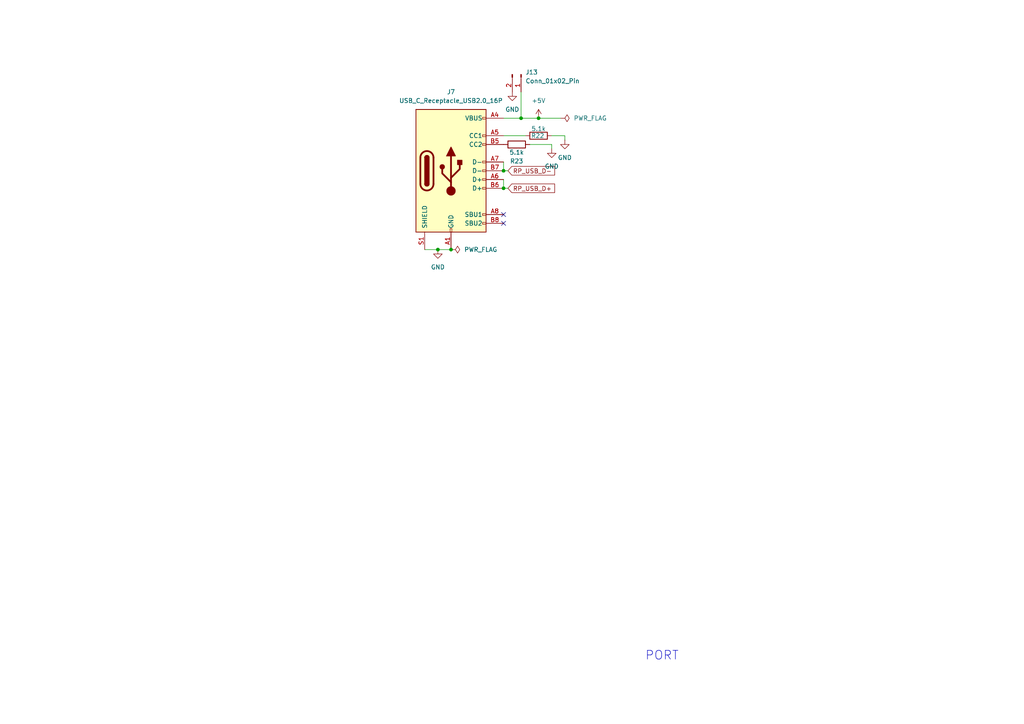
<source format=kicad_sch>
(kicad_sch (version 20250114) (generator "eeschema") (generator_version "9.0")
  (paper "A4")
  (lib_symbols
    (symbol "Connector:Conn_01x02_Pin" (pin_names (offset 1.016) (hide yes))
      (property "Reference" "J" (at 0 2.54 0))
      (property "Value" "Conn_01x02_Pin" (at 0 -5.08 0))
      (symbol "Conn_01x02_Pin_1_1"
        (rectangle (start 0.8636 0.127) (end 0 -0.127) (stroke (width 0.1524)) (fill (type outline)))
        (rectangle (start 0.8636 -2.413) (end 0 -2.667) (stroke (width 0.1524)) (fill (type outline)))
        (polyline (pts (xy 1.27 0) (xy 0.8636 0)) (stroke (width 0.1524)))
        (polyline (pts (xy 1.27 -2.54) (xy 0.8636 -2.54)) (stroke (width 0.1524)))
        (pin passive line (at 5.08 0 180) (length 3.81) (name "Pin_1") (number "1"))
        (pin passive line (at 5.08 -2.54 180) (length 3.81) (name "Pin_2") (number "2"))
      )
    )
    (symbol "Connector:USB_C_Receptacle_USB2.0_16P" (pin_names (offset 1.016))
      (property "Reference" "J" (at 0 22.225 0))
      (property "Value" "USB_C_Receptacle_USB2.0_16P" (at 0 19.685 0))
      (symbol "USB_C_Receptacle_USB2.0_16P_0_0"
        (rectangle (start -0.254 -17.78) (end 0.254 -16.764))
        (rectangle (start 10.16 15.494) (end 9.144 14.986))
        (rectangle (start 10.16 10.414) (end 9.144 9.906))
        (rectangle (start 10.16 7.874) (end 9.144 7.366))
        (rectangle (start 10.16 2.794) (end 9.144 2.286))
        (rectangle (start 10.16 0.254) (end 9.144 -0.254))
        (rectangle (start 10.16 -2.286) (end 9.144 -2.794))
        (rectangle (start 10.16 -4.826) (end 9.144 -5.334))
        (rectangle (start 10.16 -12.446) (end 9.144 -12.954))
        (rectangle (start 10.16 -14.986) (end 9.144 -15.494))
      )
      (symbol "USB_C_Receptacle_USB2.0_16P_0_1"
        (rectangle (start -10.16 17.78) (end 10.16 -17.78) (stroke (width 0.254)) (fill (type background)))
        (polyline (pts (xy -8.89 -3.81) (xy -8.89 3.81)) (stroke (width 0.508)))
        (rectangle (start -7.62 -3.81) (end -6.35 3.81) (stroke (width 0.254)) (fill (type outline)))
        (arc (start -7.62 3.81) (mid -6.985 4.4423) (end -6.35 3.81) (stroke (width 0.254)))
        (arc (start -7.62 3.81) (mid -6.985 4.4423) (end -6.35 3.81) (stroke (width 0.254)) (fill (type outline)))
        (arc (start -8.89 3.81) (mid -6.985 5.7067) (end -5.08 3.81) (stroke (width 0.508)))
        (arc (start -5.08 -3.81) (mid -6.985 -5.7067) (end -8.89 -3.81) (stroke (width 0.508)))
        (arc (start -6.35 -3.81) (mid -6.985 -4.4423) (end -7.62 -3.81) (stroke (width 0.254)))
        (arc (start -6.35 -3.81) (mid -6.985 -4.4423) (end -7.62 -3.81) (stroke (width 0.254)) (fill (type outline)))
        (polyline (pts (xy -5.08 3.81) (xy -5.08 -3.81)) (stroke (width 0.508)))
        (circle (center -2.54 1.143) (radius 0.635) (stroke (width 0.254)) (fill (type outline)))
        (polyline (pts (xy -1.27 4.318) (xy 0 6.858) (xy 1.27 4.318) (xy -1.27 4.318)) (stroke (width 0.254)) (fill (type outline)))
        (polyline (pts (xy 0 -2.032) (xy 2.54 0.508) (xy 2.54 1.778)) (stroke (width 0.508)))
        (polyline (pts (xy 0 -3.302) (xy -2.54 -0.762) (xy -2.54 0.508)) (stroke (width 0.508)))
        (polyline (pts (xy 0 -5.842) (xy 0 4.318)) (stroke (width 0.508)))
        (circle (center 0 -5.842) (radius 1.27) (fill (type outline)))
        (rectangle (start 1.905 1.778) (end 3.175 3.048) (stroke (width 0.254)) (fill (type outline)))
      )
      (symbol "USB_C_Receptacle_USB2.0_16P_1_1"
        (pin passive line (at -7.62 -22.86 90) (length 5.08) (name "SHIELD") (number "S1"))
        (pin passive line (at 0 -22.86 90) (length 5.08) (name "GND") (number "A1"))
        (pin passive line (at 0 -22.86 90) (length 5.08) (hide yes) (name "GND") (number "A12"))
        (pin passive line (at 0 -22.86 90) (length 5.08) (hide yes) (name "GND") (number "B1"))
        (pin passive line (at 0 -22.86 90) (length 5.08) (hide yes) (name "GND") (number "B12"))
        (pin passive line (at 15.24 15.24 180) (length 5.08) (name "VBUS") (number "A4"))
        (pin passive line (at 15.24 15.24 180) (length 5.08) (hide yes) (name "VBUS") (number "A9"))
        (pin passive line (at 15.24 15.24 180) (length 5.08) (hide yes) (name "VBUS") (number "B4"))
        (pin passive line (at 15.24 15.24 180) (length 5.08) (hide yes) (name "VBUS") (number "B9"))
        (pin bidirectional line (at 15.24 10.16 180) (length 5.08) (name "CC1") (number "A5"))
        (pin bidirectional line (at 15.24 7.62 180) (length 5.08) (name "CC2") (number "B5"))
        (pin bidirectional line (at 15.24 2.54 180) (length 5.08) (name "D-") (number "A7"))
        (pin bidirectional line (at 15.24 0 180) (length 5.08) (name "D-") (number "B7"))
        (pin bidirectional line (at 15.24 -2.54 180) (length 5.08) (name "D+") (number "A6"))
        (pin bidirectional line (at 15.24 -5.08 180) (length 5.08) (name "D+") (number "B6"))
        (pin bidirectional line (at 15.24 -12.7 180) (length 5.08) (name "SBU1") (number "A8"))
        (pin bidirectional line (at 15.24 -15.24 180) (length 5.08) (name "SBU2") (number "B8"))
      )
    )
    (symbol "Device:R" (pin_numbers (hide yes)) (pin_names (offset 0))
      (property "Reference" "R" (at 2.032 0 90))
      (property "Value" "R" (at 0 0 90))
      (symbol "R_0_1"
        (rectangle (start -1.016 -2.54) (end 1.016 2.54) (stroke (width 0.254)))
      )
      (symbol "R_1_1"
        (pin passive line (at 0 3.81 270) (length 1.27) (name "~") (number "1"))
        (pin passive line (at 0 -3.81 90) (length 1.27) (name "~") (number "2"))
      )
    )
    (symbol "power:+5V" (power) (pin_numbers (hide yes)) (pin_names (offset 0) (hide yes))
      (property "Value" "+5V" (at 0 3.556 0))
      (symbol "+5V_0_1"
        (polyline (pts (xy -0.762 1.27) (xy 0 2.54)))
        (polyline (pts (xy 0 2.54) (xy 0.762 1.27)))
        (polyline (pts (xy 0 0) (xy 0 2.54)))
      )
      (symbol "+5V_1_1"
        (pin power_in line (at 0 0 90) (length 0) (name "~") (number "1"))
      )
    )
    (symbol "power:GND" (power) (pin_numbers (hide yes)) (pin_names (offset 0) (hide yes))
      (property "Value" "GND" (at 0 -3.81 0))
      (symbol "GND_0_1"
        (polyline (pts (xy 0 0) (xy 0 -1.27) (xy 1.27 -1.27) (xy 0 -2.54) (xy -1.27 -1.27) (xy 0 -1.27)))
      )
      (symbol "GND_1_1"
        (pin power_in line (at 0 0 270) (length 0) (name "~") (number "1"))
      )
    )
    (symbol "power:PWR_FLAG" (power) (pin_numbers (hide yes)) (pin_names (offset 0) (hide yes))
      (property "Value" "PWR_FLAG" (at 0 3.81 0))
      (symbol "PWR_FLAG_0_0"
        (pin power_out line (at 0 0 90) (length 0) (name "~") (number "1"))
      )
      (symbol "PWR_FLAG_0_1"
        (polyline (pts (xy 0 0) (xy 0 1.27) (xy -1.016 1.905) (xy 0 2.54) (xy 1.016 1.905) (xy 0 1.27)))
      )
    )
  )
  (text "PORT" (at 192.024 190.246 0) (effects (font (size 2.54 2.54))))
  (junction (at 146.05 49.53))
  (junction (at 151.13 34.29))
  (junction (at 127 72.39))
  (junction (at 130.81 72.39))
  (junction (at 156.21 34.29))
  (junction (at 146.05 54.61))
  (no_connect (at 146.05 64.77))
  (no_connect (at 146.05 62.23))
  (wire (pts (xy 153.67 41.91) (xy 160.02 41.91)))
  (wire (pts (xy 160.02 41.91) (xy 160.02 43.18)))
  (wire (pts (xy 127 72.39) (xy 130.81 72.39)))
  (wire (pts (xy 163.83 39.37) (xy 160.02 39.37)))
  (wire (pts (xy 152.4 39.37) (xy 146.05 39.37)))
  (wire (pts (xy 146.05 54.61) (xy 147.32 54.61)))
  (wire (pts (xy 146.05 46.99) (xy 146.05 49.53)))
  (wire (pts (xy 162.56 34.29) (xy 156.21 34.29)))
  (wire (pts (xy 163.83 39.37) (xy 163.83 40.64)))
  (wire (pts (xy 151.13 26.67) (xy 151.13 34.29)))
  (wire (pts (xy 156.21 34.29) (xy 151.13 34.29)))
  (wire (pts (xy 123.19 72.39) (xy 127 72.39)))
  (wire (pts (xy 146.05 52.07) (xy 146.05 54.61)))
  (wire (pts (xy 151.13 34.29) (xy 146.05 34.29)))
  (wire (pts (xy 147.32 49.53) (xy 146.05 49.53)))
  (global_label "RP_USB_D+" (shape input) (at 147.32 54.61 0) (property "Intersheetrefs" "${INTERSHEET_REFS}" (effects (hide yes))))
  (global_label "RP_USB_D-" (shape input) (at 147.32 49.53 0) (property "Intersheetrefs" "${INTERSHEET_REFS}" (effects (hide yes))))
  (symbol (lib_id "power:GND") (at 160.02 43.18 0) (unit 1)
    (property "Reference" "#PWR056" (effects (hide yes)))
    (property "Value" "GND" (at 160.02 48.26 0))
    (property "Description" "Power symbol creates a global label with name \"GND\" , ground" (effects (hide yes)))
  )
  (symbol (lib_id "Connector:USB_C_Receptacle_USB2.0_16P") (at 130.81 49.53 0) (unit 1)
    (property "Reference" "J7" (at 130.81 26.67 0))
    (property "Value" "USB_C_Receptacle_USB2.0_16P" (at 130.81 29.21 0))
    (property "Footprint" "Connector_USB:USB_C_Receptacle_G-Switch_GT-USB-7010ASV" (effects (hide yes)))
    (property "Datasheet" "https://www.usb.org/sites/default/files/documents/usb_type-c.zip" (effects (hide yes)))
    (property "Description" "USB 2.0-only 16P Type-C Receptacle connector" (effects (hide yes)))
  )
  (symbol (lib_id "Device:R") (at 149.86 41.91 90) (unit 1)
    (property "Reference" "R23" (at 149.86 46.736 90))
    (property "Value" "5.1k" (at 149.86 44.196 90))
    (property "Footprint" "Resistor_SMD:R_0603_1608Metric_Pad0.98x0.95mm_HandSolder" (effects (hide yes)))
    (property "Description" "Resistor" (effects (hide yes)))
  )
  (symbol (lib_id "power:GND") (at 163.83 40.64 0) (unit 1)
    (property "Reference" "#PWR055" (effects (hide yes)))
    (property "Value" "GND" (at 163.83 45.72 0))
    (property "Description" "Power symbol creates a global label with name \"GND\" , ground" (effects (hide yes)))
  )
  (symbol (lib_id "power:PWR_FLAG") (at 130.81 72.39 270) (unit 1)
    (property "Reference" "#FLG01" (effects (hide yes)))
    (property "Value" "PWR_FLAG" (at 134.62 72.3899 90) (effects (justify left)))
    (property "Description" "Special symbol for telling ERC where power comes from" (effects (hide yes)))
  )
  (symbol (lib_id "power:PWR_FLAG") (at 162.56 34.29 270) (unit 1)
    (property "Reference" "#FLG05" (effects (hide yes)))
    (property "Value" "PWR_FLAG" (at 166.37 34.2899 90) (effects (justify left)))
    (property "Description" "Special symbol for telling ERC where power comes from" (effects (hide yes)))
  )
  (symbol (lib_id "Device:R") (at 156.21 39.37 90) (unit 1)
    (property "Reference" "R22" (at 155.956 39.37 90))
    (property "Value" "5.1k" (at 156.21 37.338 90))
    (property "Footprint" "Resistor_SMD:R_0603_1608Metric_Pad0.98x0.95mm_HandSolder" (effects (hide yes)))
    (property "Description" "Resistor" (effects (hide yes)))
  )
  (symbol (lib_id "power:+5V") (at 156.21 34.29 0) (unit 1)
    (property "Reference" "#PWR054" (effects (hide yes)))
    (property "Value" "+5V" (at 156.21 29.21 0))
    (property "Description" "Power symbol creates a global label with name \"+5V\"" (effects (hide yes)))
  )
  (symbol (lib_id "Connector:Conn_01x02_Pin") (at 151.13 21.59 270) (unit 1)
    (property "Reference" "J13" (at 152.4 20.9549 90) (effects (justify left)))
    (property "Value" "Conn_01x02_Pin" (at 152.4 23.4949 90) (effects (justify left)))
    (property "Footprint" "Connector_PinHeader_2.54mm:PinHeader_1x02_P2.54mm_Horizontal" (effects (hide yes)))
    (property "Description" "Generic connector, single row, 01x02, script generated" (effects (hide yes)))
  )
  (symbol (lib_id "power:GND") (at 127 72.39 0) (unit 1)
    (property "Reference" "#PWR057" (effects (hide yes)))
    (property "Value" "GND" (at 127 77.47 0))
    (property "Description" "Power symbol creates a global label with name \"GND\" , ground" (effects (hide yes)))
  )
  (symbol (lib_id "power:GND") (at 148.59 26.67 0) (unit 1)
    (property "Reference" "#PWR03" (effects (hide yes)))
    (property "Value" "GND" (at 148.59 31.75 0))
    (property "Description" "Power symbol creates a global label with name \"GND\" , ground" (effects (hide yes)))
  )
)
</source>
